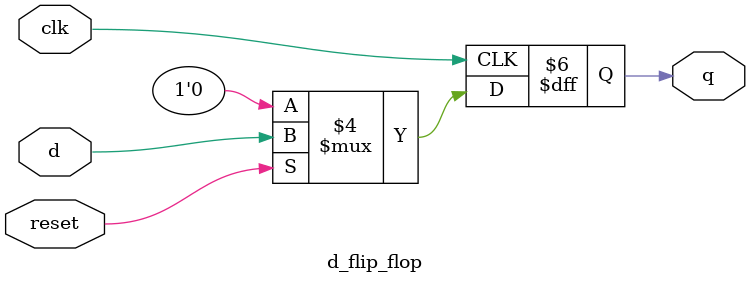
<source format=sv>
module d_flip_flop(
  output q,
  input d,
  input reset,
  input clk);
  reg q;
  always @( posedge(clk) )
    begin
      if( reset == 0 )
        q<=0;
      else
        q<=d;
    end
endmodule

</source>
